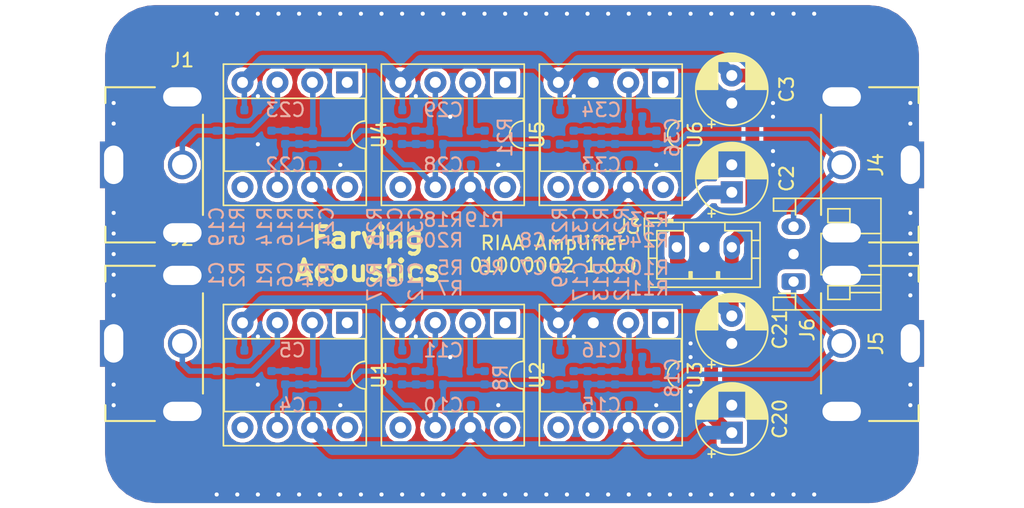
<source format=kicad_pcb>
(kicad_pcb (version 20171130) (host pcbnew 5.1.2)
  (layers (0 F.Cu signal) (31 B.Cu mixed) (34 B.Paste user) (35 F.Paste user) (36 B.SilkS user) (37 F.SilkS user) (38 B.Mask user) (39 F.Mask user) (44 Edge.Cuts user))
  (net 0 "")
  (net 1 +15V)
  (net 2 -15V)
  (net 3 /RIAA_R/In)
  (net 4 GNDA)
  (net 5 /RIAA_R/Out)
  (net 6 /RIAA_L/In)
  (net 7 /RIAA_L/Out)
  (net 8 "Net-(C6-Pad2)")
  (net 9 "Net-(C6-Pad1)")
  (net 10 "Net-(C12-Pad2)")
  (net 11 "Net-(C12-Pad1)")
  (net 12 "Net-(C17-Pad2)")
  (net 13 "Net-(C18-Pad2)")
  (net 14 "Net-(C24-Pad2)")
  (net 15 "Net-(C24-Pad1)")
  (net 16 "Net-(C27-Pad1)")
  (net 17 "Net-(C30-Pad1)")
  (net 18 "Net-(C35-Pad2)")
  (net 19 "Net-(C36-Pad2)")
  (net 20 "Net-(R6-Pad1)")
  (net 21 "Net-(R19-Pad1)")
  (net 22 "Net-(C7-Pad2)")
  (net 23 "Net-(C7-Pad1)")
  (net 24 "Net-(C8-Pad1)")
  (net 25 "Net-(C8-Pad2)")
  (net 26 "Net-(U1-Pad8)")
  (net 27 "Net-(U1-Pad5)")
  (net 28 "Net-(U1-Pad1)")
  (net 29 "Net-(U2-Pad8)")
  (net 30 "Net-(U2-Pad5)")
  (net 31 "Net-(U2-Pad1)")
  (net 32 "Net-(U3-Pad8)")
  (net 33 "Net-(U3-Pad5)")
  (net 34 "Net-(U3-Pad1)")
  (net 35 "Net-(U4-Pad8)")
  (net 36 "Net-(U4-Pad5)")
  (net 37 "Net-(U4-Pad1)")
  (net 38 "Net-(U5-Pad8)")
  (net 39 "Net-(U5-Pad5)")
  (net 40 "Net-(U5-Pad1)")
  (net 41 "Net-(U6-Pad8)")
  (net 42 "Net-(U6-Pad5)")
  (net 43 "Net-(U6-Pad1)")
  (module Package_DIP:DIP-8_W7.62mm_Socket (layer F.Cu) (at 165.5 92 270)
    (fp_text reference U6 (at 3.81 -2.33 90) (layer F.SilkS))
    (fp_text value AD797)
    (pad 8 thru_hole oval (at 7.62 0 270) (size 1.6 1.6) (drill 0.8) (layers *.Cu *.Mask) (net 41 "Net-(U6-Pad8)"))
    (pad 4 thru_hole oval (at 0 7.62 270) (size 1.6 1.6) (drill 0.8) (layers *.Cu *.Mask) (net 2 -15V))
    (pad 7 thru_hole oval (at 7.62 2.54 270) (size 1.6 1.6) (drill 0.8) (layers *.Cu *.Mask) (net 1 +15V))
    (pad 3 thru_hole oval (at 0 5.08 270) (size 1.6 1.6) (drill 0.8) (layers *.Cu *.Mask) (net 4 GNDA))
    (pad 6 thru_hole oval (at 7.62 5.08 270) (size 1.6 1.6) (drill 0.8) (layers *.Cu *.Mask) (net 7 /RIAA_L/Out))
    (pad 2 thru_hole oval (at 0 2.54 270) (size 1.6 1.6) (drill 0.8) (layers *.Cu *.Mask) (net 18 "Net-(C35-Pad2)"))
    (pad 5 thru_hole oval (at 7.62 7.62 270) (size 1.6 1.6) (drill 0.8) (layers *.Cu *.Mask) (net 42 "Net-(U6-Pad5)"))
    (pad 1 thru_hole rect (at 0 0 270) (size 1.6 1.6) (drill 0.8) (layers *.Cu *.Mask) (net 43 "Net-(U6-Pad1)"))
  )
  (module Package_DIP:DIP-8_W7.62mm_Socket (layer F.Cu) (at 154 92 270)
    (fp_text reference U5 (at 3.81 -2.33 90) (layer F.SilkS))
    (fp_text value AD797)
    (pad 8 thru_hole oval (at 7.62 0 270) (size 1.6 1.6) (drill 0.8) (layers *.Cu *.Mask) (net 38 "Net-(U5-Pad8)"))
    (pad 4 thru_hole oval (at 0 7.62 270) (size 1.6 1.6) (drill 0.8) (layers *.Cu *.Mask) (net 2 -15V))
    (pad 7 thru_hole oval (at 7.62 2.54 270) (size 1.6 1.6) (drill 0.8) (layers *.Cu *.Mask) (net 1 +15V))
    (pad 3 thru_hole oval (at 0 5.08 270) (size 1.6 1.6) (drill 0.8) (layers *.Cu *.Mask) (net 17 "Net-(C30-Pad1)"))
    (pad 6 thru_hole oval (at 7.62 5.08 270) (size 1.6 1.6) (drill 0.8) (layers *.Cu *.Mask) (net 25 "Net-(C8-Pad2)"))
    (pad 2 thru_hole oval (at 0 2.54 270) (size 1.6 1.6) (drill 0.8) (layers *.Cu *.Mask) (net 21 "Net-(R19-Pad1)"))
    (pad 5 thru_hole oval (at 7.62 7.62 270) (size 1.6 1.6) (drill 0.8) (layers *.Cu *.Mask) (net 39 "Net-(U5-Pad5)"))
    (pad 1 thru_hole rect (at 0 0 270) (size 1.6 1.6) (drill 0.8) (layers *.Cu *.Mask) (net 40 "Net-(U5-Pad1)"))
  )
  (module Package_DIP:DIP-8_W7.62mm_Socket (layer F.Cu) (at 142.5 92 270)
    (fp_text reference U4 (at 3.81 -2.33 90) (layer F.SilkS))
    (fp_text value LT1115)
    (pad 8 thru_hole oval (at 7.62 0 270) (size 1.6 1.6) (drill 0.8) (layers *.Cu *.Mask) (net 35 "Net-(U4-Pad8)"))
    (pad 4 thru_hole oval (at 0 7.62 270) (size 1.6 1.6) (drill 0.8) (layers *.Cu *.Mask) (net 2 -15V))
    (pad 7 thru_hole oval (at 7.62 2.54 270) (size 1.6 1.6) (drill 0.8) (layers *.Cu *.Mask) (net 1 +15V))
    (pad 3 thru_hole oval (at 0 5.08 270) (size 1.6 1.6) (drill 0.8) (layers *.Cu *.Mask) (net 6 /RIAA_L/In))
    (pad 6 thru_hole oval (at 7.62 5.08 270) (size 1.6 1.6) (drill 0.8) (layers *.Cu *.Mask) (net 15 "Net-(C24-Pad1)"))
    (pad 2 thru_hole oval (at 0 2.54 270) (size 1.6 1.6) (drill 0.8) (layers *.Cu *.Mask) (net 14 "Net-(C24-Pad2)"))
    (pad 5 thru_hole oval (at 7.62 7.62 270) (size 1.6 1.6) (drill 0.8) (layers *.Cu *.Mask) (net 36 "Net-(U4-Pad5)"))
    (pad 1 thru_hole rect (at 0 0 270) (size 1.6 1.6) (drill 0.8) (layers *.Cu *.Mask) (net 37 "Net-(U4-Pad1)"))
  )
  (module Package_DIP:DIP-8_W7.62mm_Socket (layer F.Cu) (at 165.5 109.5 270)
    (fp_text reference U3 (at 3.81 -2.33 90) (layer F.SilkS))
    (fp_text value AD797)
    (pad 8 thru_hole oval (at 7.62 0 270) (size 1.6 1.6) (drill 0.8) (layers *.Cu *.Mask) (net 32 "Net-(U3-Pad8)"))
    (pad 4 thru_hole oval (at 0 7.62 270) (size 1.6 1.6) (drill 0.8) (layers *.Cu *.Mask) (net 2 -15V))
    (pad 7 thru_hole oval (at 7.62 2.54 270) (size 1.6 1.6) (drill 0.8) (layers *.Cu *.Mask) (net 1 +15V))
    (pad 3 thru_hole oval (at 0 5.08 270) (size 1.6 1.6) (drill 0.8) (layers *.Cu *.Mask) (net 4 GNDA))
    (pad 6 thru_hole oval (at 7.62 5.08 270) (size 1.6 1.6) (drill 0.8) (layers *.Cu *.Mask) (net 5 /RIAA_R/Out))
    (pad 2 thru_hole oval (at 0 2.54 270) (size 1.6 1.6) (drill 0.8) (layers *.Cu *.Mask) (net 12 "Net-(C17-Pad2)"))
    (pad 5 thru_hole oval (at 7.62 7.62 270) (size 1.6 1.6) (drill 0.8) (layers *.Cu *.Mask) (net 33 "Net-(U3-Pad5)"))
    (pad 1 thru_hole rect (at 0 0 270) (size 1.6 1.6) (drill 0.8) (layers *.Cu *.Mask) (net 34 "Net-(U3-Pad1)"))
  )
  (module Package_DIP:DIP-8_W7.62mm_Socket (layer F.Cu) (at 154 109.5 270)
    (fp_text reference U2 (at 3.81 -2.33 90) (layer F.SilkS))
    (fp_text value AD797)
    (pad 8 thru_hole oval (at 7.62 0 270) (size 1.6 1.6) (drill 0.8) (layers *.Cu *.Mask) (net 29 "Net-(U2-Pad8)"))
    (pad 4 thru_hole oval (at 0 7.62 270) (size 1.6 1.6) (drill 0.8) (layers *.Cu *.Mask) (net 2 -15V))
    (pad 7 thru_hole oval (at 7.62 2.54 270) (size 1.6 1.6) (drill 0.8) (layers *.Cu *.Mask) (net 1 +15V))
    (pad 3 thru_hole oval (at 0 5.08 270) (size 1.6 1.6) (drill 0.8) (layers *.Cu *.Mask) (net 11 "Net-(C12-Pad1)"))
    (pad 6 thru_hole oval (at 7.62 5.08 270) (size 1.6 1.6) (drill 0.8) (layers *.Cu *.Mask) (net 22 "Net-(C7-Pad2)"))
    (pad 2 thru_hole oval (at 0 2.54 270) (size 1.6 1.6) (drill 0.8) (layers *.Cu *.Mask) (net 20 "Net-(R6-Pad1)"))
    (pad 5 thru_hole oval (at 7.62 7.62 270) (size 1.6 1.6) (drill 0.8) (layers *.Cu *.Mask) (net 30 "Net-(U2-Pad5)"))
    (pad 1 thru_hole rect (at 0 0 270) (size 1.6 1.6) (drill 0.8) (layers *.Cu *.Mask) (net 31 "Net-(U2-Pad1)"))
  )
  (module Package_DIP:DIP-8_W7.62mm_Socket (layer F.Cu) (at 142.5 109.5 270)
    (fp_text reference U1 (at 3.81 -2.33 90) (layer F.SilkS))
    (fp_text value LT1115)
    (pad 8 thru_hole oval (at 7.62 0 270) (size 1.6 1.6) (drill 0.8) (layers *.Cu *.Mask) (net 26 "Net-(U1-Pad8)"))
    (pad 4 thru_hole oval (at 0 7.62 270) (size 1.6 1.6) (drill 0.8) (layers *.Cu *.Mask) (net 2 -15V))
    (pad 7 thru_hole oval (at 7.62 2.54 270) (size 1.6 1.6) (drill 0.8) (layers *.Cu *.Mask) (net 1 +15V))
    (pad 3 thru_hole oval (at 0 5.08 270) (size 1.6 1.6) (drill 0.8) (layers *.Cu *.Mask) (net 3 /RIAA_R/In))
    (pad 6 thru_hole oval (at 7.62 5.08 270) (size 1.6 1.6) (drill 0.8) (layers *.Cu *.Mask) (net 9 "Net-(C6-Pad1)"))
    (pad 2 thru_hole oval (at 0 2.54 270) (size 1.6 1.6) (drill 0.8) (layers *.Cu *.Mask) (net 8 "Net-(C6-Pad2)"))
    (pad 5 thru_hole oval (at 7.62 7.62 270) (size 1.6 1.6) (drill 0.8) (layers *.Cu *.Mask) (net 27 "Net-(U1-Pad5)"))
    (pad 1 thru_hole rect (at 0 0 270) (size 1.6 1.6) (drill 0.8) (layers *.Cu *.Mask) (net 28 "Net-(U1-Pad1)"))
  )
  (module Capacitor_THT:CP_Radial_D5.0mm_P2.00mm (layer F.Cu) (at 170.5 93.5 90)
    (fp_text reference C3 (at 1 4 90) (layer F.SilkS))
    (fp_text value 10u)
    (pad 2 thru_hole circle (at 2 0 90) (size 1.6 1.6) (drill 0.8) (layers *.Cu *.Mask) (net 2 -15V))
    (pad 1 thru_hole rect (at 0 0 90) (size 1.6 1.6) (drill 0.8) (layers *.Cu *.Mask) (net 4 GNDA))
  )
  (module Capacitor_SMD:C_0402_1005Metric (layer B.Cu) (at 133 113.5 90)
    (fp_text reference C1 (at 7.5 0 90) (layer B.SilkS) (effects (justify mirror)))
    (fp_text value 100p)
    (pad 2 smd roundrect (at 0.485 0 90) (size 0.59 0.64) (layers B.Cu B.Paste B.Mask) (net 3 /RIAA_R/In))
    (pad 1 smd roundrect (at -0.485 0 90) (size 0.59 0.64) (layers B.Cu B.Paste B.Mask) (net 4 GNDA))
  )
  (module Capacitor_SMD:C_0402_1005Metric (layer B.Cu) (at 135.5 111.5)
    (fp_text reference C5 (at 3 0) (layer B.SilkS) (effects (justify mirror)))
    (fp_text value 100n)
    (pad 1 smd roundrect (at -0.485 0) (size 0.59 0.64) (layers B.Cu B.Paste B.Mask) (net 2 -15V))
    (pad 2 smd roundrect (at 0.485 0) (size 0.59 0.64) (layers B.Cu B.Paste B.Mask) (net 4 GNDA))
  )
  (module Capacitor_SMD:C_0402_1005Metric (layer B.Cu) (at 138 113.5 90)
    (fp_text reference C6 (at 7.5 0 90) (layer B.SilkS) (effects (justify mirror)))
    (fp_text value 33n)
    (pad 2 smd roundrect (at 0.485 0 90) (size 0.59 0.64) (layers B.Cu B.Paste B.Mask) (net 8 "Net-(C6-Pad2)"))
    (pad 1 smd roundrect (at -0.485 0 90) (size 0.59 0.64) (layers B.Cu B.Paste B.Mask) (net 9 "Net-(C6-Pad1)"))
  )
  (module Capacitor_SMD:C_0402_1005Metric (layer B.Cu) (at 147 111.5)
    (fp_text reference C11 (at 2.5 0) (layer B.SilkS) (effects (justify mirror)))
    (fp_text value 100n)
    (pad 2 smd roundrect (at 0.485 0) (size 0.59 0.64) (layers B.Cu B.Paste B.Mask) (net 4 GNDA))
    (pad 1 smd roundrect (at -0.485 0) (size 0.59 0.64) (layers B.Cu B.Paste B.Mask) (net 2 -15V))
  )
  (module Capacitor_SMD:C_0402_1005Metric (layer B.Cu) (at 163.5 115.5 180)
    (fp_text reference C15 (at 2.5 0 180) (layer B.SilkS) (effects (justify mirror)))
    (fp_text value 100n)
    (pad 2 smd roundrect (at 0.485 0 180) (size 0.59 0.64) (layers B.Cu B.Paste B.Mask) (net 1 +15V))
    (pad 1 smd roundrect (at -0.485 0 180) (size 0.59 0.64) (layers B.Cu B.Paste B.Mask) (net 4 GNDA))
  )
  (module Capacitor_SMD:C_0402_1005Metric (layer B.Cu) (at 158.5 111.5)
    (fp_text reference C16 (at 2.5 0) (layer B.SilkS) (effects (justify mirror)))
    (fp_text value 100n)
    (pad 2 smd roundrect (at 0.485 0) (size 0.59 0.64) (layers B.Cu B.Paste B.Mask) (net 4 GNDA))
    (pad 1 smd roundrect (at -0.485 0) (size 0.59 0.64) (layers B.Cu B.Paste B.Mask) (net 2 -15V))
  )
  (module Capacitor_SMD:C_0402_1005Metric (layer B.Cu) (at 140.5 98 180)
    (fp_text reference C22 (at 2.5 0 180) (layer B.SilkS) (effects (justify mirror)))
    (fp_text value 100n)
    (pad 1 smd roundrect (at -0.485 0 180) (size 0.59 0.64) (layers B.Cu B.Paste B.Mask) (net 4 GNDA))
    (pad 2 smd roundrect (at 0.485 0 180) (size 0.59 0.64) (layers B.Cu B.Paste B.Mask) (net 1 +15V))
  )
  (module Capacitor_SMD:C_0402_1005Metric (layer B.Cu) (at 152 98 180)
    (fp_text reference C28 (at 2.5 0 180) (layer B.SilkS) (effects (justify mirror)))
    (fp_text value 100n)
    (pad 2 smd roundrect (at 0.485 0 180) (size 0.59 0.64) (layers B.Cu B.Paste B.Mask) (net 1 +15V))
    (pad 1 smd roundrect (at -0.485 0 180) (size 0.59 0.64) (layers B.Cu B.Paste B.Mask) (net 4 GNDA))
  )
  (module Capacitor_SMD:C_0402_1005Metric (layer B.Cu) (at 147 94)
    (fp_text reference C29 (at 2.5 0) (layer B.SilkS) (effects (justify mirror)))
    (fp_text value 100n)
    (pad 2 smd roundrect (at 0.485 0) (size 0.59 0.64) (layers B.Cu B.Paste B.Mask) (net 4 GNDA))
    (pad 1 smd roundrect (at -0.485 0) (size 0.59 0.64) (layers B.Cu B.Paste B.Mask) (net 2 -15V))
  )
  (module Capacitor_SMD:C_0402_1005Metric (layer B.Cu) (at 147.5 96 270)
    (fp_text reference C30 (at 6.5 0 270) (layer B.SilkS) (effects (justify mirror)))
    (fp_text value 33n)
    (pad 1 smd roundrect (at -0.485 0 270) (size 0.59 0.64) (layers B.Cu B.Paste B.Mask) (net 17 "Net-(C30-Pad1)"))
    (pad 2 smd roundrect (at 0.485 0 270) (size 0.59 0.64) (layers B.Cu B.Paste B.Mask) (net 16 "Net-(C27-Pad1)"))
  )
  (module Resistor_SMD:R_0402_1005Metric (layer B.Cu) (at 137 113.5 270)
    (fp_text reference R1 (at -7.5 0.5 270) (layer B.SilkS) (effects (justify mirror)))
    (fp_text value 100k)
    (pad 2 smd roundrect (at 0.485 0 270) (size 0.59 0.64) (layers B.Cu B.Paste B.Mask) (net 4 GNDA))
    (pad 1 smd roundrect (at -0.485 0 270) (size 0.59 0.64) (layers B.Cu B.Paste B.Mask) (net 8 "Net-(C6-Pad2)"))
  )
  (module Resistor_SMD:R_0402_1005Metric (layer B.Cu) (at 134 113.5 270)
    (fp_text reference R2 (at -7.5 -0.5 270) (layer B.SilkS) (effects (justify mirror)))
    (fp_text value 47k)
    (pad 2 smd roundrect (at 0.485 0 270) (size 0.59 0.64) (layers B.Cu B.Paste B.Mask) (net 4 GNDA))
    (pad 1 smd roundrect (at -0.485 0 270) (size 0.59 0.64) (layers B.Cu B.Paste B.Mask) (net 3 /RIAA_R/In))
  )
  (module Resistor_SMD:R_0402_1005Metric (layer B.Cu) (at 140 113.5 90)
    (fp_text reference R3 (at 7.5 1 90) (layer B.SilkS) (effects (justify mirror)))
    (fp_text value 43k)
    (pad 1 smd roundrect (at -0.485 0 90) (size 0.59 0.64) (layers B.Cu B.Paste B.Mask) (net 9 "Net-(C6-Pad1)"))
    (pad 2 smd roundrect (at 0.485 0 90) (size 0.59 0.64) (layers B.Cu B.Paste B.Mask) (net 8 "Net-(C6-Pad2)"))
  )
  (module Resistor_SMD:R_0402_1005Metric (layer B.Cu) (at 139 113.5 90)
    (fp_text reference R4 (at 7.5 0.5 90) (layer B.SilkS) (effects (justify mirror)))
    (fp_text value 2.4k)
    (pad 2 smd roundrect (at 0.485 0 90) (size 0.59 0.64) (layers B.Cu B.Paste B.Mask) (net 8 "Net-(C6-Pad2)"))
    (pad 1 smd roundrect (at -0.485 0 90) (size 0.59 0.64) (layers B.Cu B.Paste B.Mask) (net 9 "Net-(C6-Pad1)"))
  )
  (module Resistor_SMD:R_0402_1005Metric (layer B.Cu) (at 149 113)
    (fp_text reference R5 (at 1 -7.5) (layer B.SilkS) (effects (justify mirror)))
    (fp_text value 270k)
    (pad 1 smd roundrect (at -0.485 0) (size 0.59 0.64) (layers B.Cu B.Paste B.Mask) (net 11 "Net-(C12-Pad1)"))
    (pad 2 smd roundrect (at 0.485 0) (size 0.59 0.64) (layers B.Cu B.Paste B.Mask) (net 4 GNDA))
  )
  (module Resistor_SMD:R_0402_1005Metric (layer B.Cu) (at 151 113 180)
    (fp_text reference R6 (at -2 7.5 180) (layer B.SilkS) (effects (justify mirror)))
    (fp_text value 4.7k)
    (pad 2 smd roundrect (at 0.485 0 180) (size 0.59 0.64) (layers B.Cu B.Paste B.Mask) (net 4 GNDA))
    (pad 1 smd roundrect (at -0.485 0 180) (size 0.59 0.64) (layers B.Cu B.Paste B.Mask) (net 20 "Net-(R6-Pad1)"))
  )
  (module Resistor_SMD:R_0402_1005Metric (layer B.Cu) (at 149 114 180)
    (fp_text reference R7 (at -1 7 180) (layer B.SilkS) (effects (justify mirror)))
    (fp_text value 270k)
    (pad 2 smd roundrect (at 0.485 0 180) (size 0.59 0.64) (layers B.Cu B.Paste B.Mask) (net 10 "Net-(C12-Pad2)"))
    (pad 1 smd roundrect (at -0.485 0 180) (size 0.59 0.64) (layers B.Cu B.Paste B.Mask) (net 22 "Net-(C7-Pad2)"))
  )
  (module Resistor_SMD:R_0402_1005Metric (layer B.Cu) (at 152.5 113.5 90)
    (fp_text reference R8 (at 0 1.17 90) (layer B.SilkS) (effects (justify mirror)))
    (fp_text value 4.7k)
    (pad 1 smd roundrect (at -0.485 0 90) (size 0.59 0.64) (layers B.Cu B.Paste B.Mask) (net 22 "Net-(C7-Pad2)"))
    (pad 2 smd roundrect (at 0.485 0 90) (size 0.59 0.64) (layers B.Cu B.Paste B.Mask) (net 20 "Net-(R6-Pad1)"))
  )
  (module Resistor_SMD:R_0402_1005Metric (layer B.Cu) (at 159 113.5 270)
    (fp_text reference R9 (at -7.5 1 270) (layer B.SilkS) (effects (justify mirror)))
    (fp_text value 560R)
    (pad 2 smd roundrect (at 0.485 0 270) (size 0.59 0.64) (layers B.Cu B.Paste B.Mask) (net 23 "Net-(C7-Pad1)"))
    (pad 1 smd roundrect (at -0.485 0 270) (size 0.59 0.64) (layers B.Cu B.Paste B.Mask) (net 12 "Net-(C17-Pad2)"))
  )
  (module Resistor_SMD:R_0402_1005Metric (layer B.Cu) (at 163.5 112 180)
    (fp_text reference R10 (at -1 6.5 180) (layer B.SilkS) (effects (justify mirror)))
    (fp_text value 1M)
    (pad 1 smd roundrect (at -0.485 0 180) (size 0.59 0.64) (layers B.Cu B.Paste B.Mask) (net 13 "Net-(C18-Pad2)"))
    (pad 2 smd roundrect (at 0.485 0 180) (size 0.59 0.64) (layers B.Cu B.Paste B.Mask) (net 12 "Net-(C17-Pad2)"))
  )
  (module Resistor_SMD:R_0402_1005Metric (layer B.Cu) (at 163.5 113 180)
    (fp_text reference R11 (at -1 6 180) (layer B.SilkS) (effects (justify mirror)))
    (fp_text value 4.7k)
    (pad 2 smd roundrect (at 0.485 0 180) (size 0.59 0.64) (layers B.Cu B.Paste B.Mask) (net 12 "Net-(C17-Pad2)"))
    (pad 1 smd roundrect (at -0.485 0 180) (size 0.59 0.64) (layers B.Cu B.Paste B.Mask) (net 13 "Net-(C18-Pad2)"))
  )
  (module Resistor_SMD:R_0402_1005Metric (layer B.Cu) (at 162 113.5 90)
    (fp_text reference R12 (at 7 0.5 90) (layer B.SilkS) (effects (justify mirror)))
    (fp_text value 402k)
    (pad 1 smd roundrect (at -0.485 0 90) (size 0.59 0.64) (layers B.Cu B.Paste B.Mask) (net 5 /RIAA_R/Out))
    (pad 2 smd roundrect (at 0.485 0 90) (size 0.59 0.64) (layers B.Cu B.Paste B.Mask) (net 12 "Net-(C17-Pad2)"))
  )
  (module Resistor_SMD:R_0402_1005Metric (layer B.Cu) (at 161 113.5 90)
    (fp_text reference R13 (at 7 0 90) (layer B.SilkS) (effects (justify mirror)))
    (fp_text value 47k)
    (pad 2 smd roundrect (at 0.485 0 90) (size 0.59 0.64) (layers B.Cu B.Paste B.Mask) (net 12 "Net-(C17-Pad2)"))
    (pad 1 smd roundrect (at -0.485 0 90) (size 0.59 0.64) (layers B.Cu B.Paste B.Mask) (net 5 /RIAA_R/Out))
  )
  (module Resistor_SMD:R_0402_1005Metric (layer B.Cu) (at 137 96 270)
    (fp_text reference R14 (at 6.5 0.5 270) (layer B.SilkS) (effects (justify mirror)))
    (fp_text value 100k)
    (pad 1 smd roundrect (at -0.485 0 270) (size 0.59 0.64) (layers B.Cu B.Paste B.Mask) (net 14 "Net-(C24-Pad2)"))
    (pad 2 smd roundrect (at 0.485 0 270) (size 0.59 0.64) (layers B.Cu B.Paste B.Mask) (net 4 GNDA))
  )
  (module Resistor_SMD:R_0402_1005Metric (layer B.Cu) (at 134 96 270)
    (fp_text reference R15 (at 6.5 -0.5 270) (layer B.SilkS) (effects (justify mirror)))
    (fp_text value 47k)
    (pad 1 smd roundrect (at -0.485 0 270) (size 0.59 0.64) (layers B.Cu B.Paste B.Mask) (net 6 /RIAA_L/In))
    (pad 2 smd roundrect (at 0.485 0 270) (size 0.59 0.64) (layers B.Cu B.Paste B.Mask) (net 4 GNDA))
  )
  (module Resistor_SMD:R_0402_1005Metric (layer B.Cu) (at 138 96 90)
    (fp_text reference R16 (at -6.5 0 90) (layer B.SilkS) (effects (justify mirror)))
    (fp_text value 43k)
    (pad 1 smd roundrect (at -0.485 0 90) (size 0.59 0.64) (layers B.Cu B.Paste B.Mask) (net 15 "Net-(C24-Pad1)"))
    (pad 2 smd roundrect (at 0.485 0 90) (size 0.59 0.64) (layers B.Cu B.Paste B.Mask) (net 14 "Net-(C24-Pad2)"))
  )
  (module Resistor_SMD:R_0402_1005Metric (layer B.Cu) (at 139 96 90)
    (fp_text reference R17 (at -6.5 0.5 90) (layer B.SilkS) (effects (justify mirror)))
    (fp_text value 2.4k)
    (pad 1 smd roundrect (at -0.485 0 90) (size 0.59 0.64) (layers B.Cu B.Paste B.Mask) (net 15 "Net-(C24-Pad1)"))
    (pad 2 smd roundrect (at 0.485 0 90) (size 0.59 0.64) (layers B.Cu B.Paste B.Mask) (net 14 "Net-(C24-Pad2)"))
  )
  (module Resistor_SMD:R_0402_1005Metric (layer B.Cu) (at 149 95.5)
    (fp_text reference R18 (at 0.5 6.5) (layer B.SilkS) (effects (justify mirror)))
    (fp_text value 270k)
    (pad 2 smd roundrect (at 0.485 0) (size 0.59 0.64) (layers B.Cu B.Paste B.Mask) (net 4 GNDA))
    (pad 1 smd roundrect (at -0.485 0) (size 0.59 0.64) (layers B.Cu B.Paste B.Mask) (net 17 "Net-(C30-Pad1)"))
  )
  (module Capacitor_THT:CP_Radial_D5.0mm_P2.00mm (layer F.Cu) (at 170.5 100 90)
    (fp_text reference C2 (at 1 4 90) (layer F.SilkS))
    (fp_text value 10u)
    (pad 2 thru_hole circle (at 2 0 90) (size 1.6 1.6) (drill 0.8) (layers *.Cu *.Mask) (net 4 GNDA))
    (pad 1 thru_hole rect (at 0 0 90) (size 1.6 1.6) (drill 0.8) (layers *.Cu *.Mask) (net 1 +15V))
  )
  (module Connector_Audio_Devel:RCA_Horizontal_RNDConnect (layer F.Cu) (at 130.5 98)
    (fp_text reference J1 (at 0 -7.62) (layer F.SilkS))
    (fp_text value " RND 205-00698")
    (pad S thru_hole roundrect (at 0 -4.95 90) (size 2 3.4) (drill oval 1.4 2.8) (layers *.Cu *.Mask) (net 4 GNDA))
    (pad T thru_hole circle (at 0 0) (size 2.1 2.1) (drill 1.5) (layers *.Cu *.Mask) (net 6 /RIAA_L/In))
    (pad S thru_hole roundrect (at 0 4.95) (size 3.4 2) (drill oval 2.8 1.4) (layers *.Cu *.Mask) (net 4 GNDA))
    (pad S thru_hole rect (at -5 0) (size 2 3.4) (drill oval 1.4 2.8) (layers *.Cu *.Mask) (net 4 GNDA))
  )
  (module Connector_Audio_Devel:RCA_Horizontal_RNDConnect (layer F.Cu) (at 130.5 111)
    (fp_text reference J2 (at 0 -7.62) (layer F.SilkS))
    (fp_text value "RND 205-00699")
    (pad S thru_hole rect (at -5 0) (size 2 3.4) (drill oval 1.4 2.8) (layers *.Cu *.Mask) (net 4 GNDA))
    (pad S thru_hole roundrect (at 0 4.95) (size 3.4 2) (drill oval 2.8 1.4) (layers *.Cu *.Mask) (net 4 GNDA))
    (pad T thru_hole circle (at 0 0) (size 2.1 2.1) (drill 1.5) (layers *.Cu *.Mask) (net 3 /RIAA_R/In))
    (pad S thru_hole roundrect (at 0 -4.95 90) (size 2 3.4) (drill oval 1.4 2.8) (layers *.Cu *.Mask) (net 4 GNDA))
  )
  (module Connector_Audio_Devel:RCA_Horizontal_RNDConnect (layer F.Cu) (at 178.5 98 180)
    (fp_text reference J4 (at -2.5 0 270) (layer F.SilkS))
    (fp_text value "RND 205-00698")
    (pad S thru_hole rect (at -5 0 180) (size 2 3.4) (drill oval 1.4 2.8) (layers *.Cu *.Mask) (net 4 GNDA))
    (pad S thru_hole roundrect (at 0 4.95 180) (size 3.4 2) (drill oval 2.8 1.4) (layers *.Cu *.Mask) (net 4 GNDA))
    (pad T thru_hole circle (at 0 0 180) (size 2.1 2.1) (drill 1.5) (layers *.Cu *.Mask) (net 7 /RIAA_L/Out))
    (pad S thru_hole roundrect (at 0 -4.95 270) (size 2 3.4) (drill oval 1.4 2.8) (layers *.Cu *.Mask) (net 4 GNDA))
  )
  (module Capacitor_SMD:C_0402_1005Metric (layer B.Cu) (at 140.5 115.5 180)
    (fp_text reference C4 (at 2 0 180) (layer B.SilkS) (effects (justify mirror)))
    (fp_text value 100n)
    (pad 1 smd roundrect (at -0.485 0 180) (size 0.59 0.64) (layers B.Cu B.Paste B.Mask) (net 4 GNDA))
    (pad 2 smd roundrect (at 0.485 0 180) (size 0.59 0.64) (layers B.Cu B.Paste B.Mask) (net 1 +15V))
  )
  (module Capacitor_SMD:C_0402_1005Metric (layer B.Cu) (at 146.5 113.5 90)
    (fp_text reference C9 (at 7.5 -0.5 90) (layer B.SilkS) (effects (justify mirror)))
    (fp_text value 33n)
    (pad 1 smd roundrect (at -0.485 0 90) (size 0.59 0.64) (layers B.Cu B.Paste B.Mask) (net 10 "Net-(C12-Pad2)"))
    (pad 2 smd roundrect (at 0.485 0 90) (size 0.59 0.64) (layers B.Cu B.Paste B.Mask) (net 9 "Net-(C6-Pad1)"))
  )
  (module Capacitor_SMD:C_0402_1005Metric (layer B.Cu) (at 152 115.5 180)
    (fp_text reference C10 (at 2.5 0 180) (layer B.SilkS) (effects (justify mirror)))
    (fp_text value 100n)
    (pad 2 smd roundrect (at 0.485 0 180) (size 0.59 0.64) (layers B.Cu B.Paste B.Mask) (net 1 +15V))
    (pad 1 smd roundrect (at -0.485 0 180) (size 0.59 0.64) (layers B.Cu B.Paste B.Mask) (net 4 GNDA))
  )
  (module Capacitor_SMD:C_0402_1005Metric (layer B.Cu) (at 147.5 113.5 270)
    (fp_text reference C12 (at -7 0 270) (layer B.SilkS) (effects (justify mirror)))
    (fp_text value 33n)
    (pad 2 smd roundrect (at 0.485 0 270) (size 0.59 0.64) (layers B.Cu B.Paste B.Mask) (net 10 "Net-(C12-Pad2)"))
    (pad 1 smd roundrect (at -0.485 0 270) (size 0.59 0.64) (layers B.Cu B.Paste B.Mask) (net 11 "Net-(C12-Pad1)"))
  )
  (module Capacitor_SMD:C_0402_1005Metric (layer B.Cu) (at 160 113.5 90)
    (fp_text reference C17 (at 7 -0.5 90) (layer B.SilkS) (effects (justify mirror)))
    (fp_text value 750p)
    (pad 1 smd roundrect (at -0.485 0 90) (size 0.59 0.64) (layers B.Cu B.Paste B.Mask) (net 5 /RIAA_R/Out))
    (pad 2 smd roundrect (at 0.485 0 90) (size 0.59 0.64) (layers B.Cu B.Paste B.Mask) (net 12 "Net-(C17-Pad2)"))
  )
  (module Capacitor_SMD:C_0402_1005Metric (layer B.Cu) (at 165 113.5 90)
    (fp_text reference C18 (at 0 1.17 90) (layer B.SilkS) (effects (justify mirror)))
    (fp_text value 68n)
    (pad 2 smd roundrect (at 0.485 0 90) (size 0.59 0.64) (layers B.Cu B.Paste B.Mask) (net 13 "Net-(C18-Pad2)"))
    (pad 1 smd roundrect (at -0.485 0 90) (size 0.59 0.64) (layers B.Cu B.Paste B.Mask) (net 5 /RIAA_R/Out))
  )
  (module Capacitor_SMD:C_0402_1005Metric (layer B.Cu) (at 133 96 90)
    (fp_text reference C19 (at -6.5 0 90) (layer B.SilkS) (effects (justify mirror)))
    (fp_text value 100p)
    (pad 1 smd roundrect (at -0.485 0 90) (size 0.59 0.64) (layers B.Cu B.Paste B.Mask) (net 4 GNDA))
    (pad 2 smd roundrect (at 0.485 0 90) (size 0.59 0.64) (layers B.Cu B.Paste B.Mask) (net 6 /RIAA_L/In))
  )
  (module Capacitor_THT:CP_Radial_D5.0mm_P2.00mm (layer F.Cu) (at 170.5 117.5 90)
    (fp_text reference C20 (at 1 3.5 90) (layer F.SilkS))
    (fp_text value 10u)
    (pad 1 thru_hole rect (at 0 0 90) (size 1.6 1.6) (drill 0.8) (layers *.Cu *.Mask) (net 1 +15V))
    (pad 2 thru_hole circle (at 2 0 90) (size 1.6 1.6) (drill 0.8) (layers *.Cu *.Mask) (net 4 GNDA))
  )
  (module Capacitor_THT:CP_Radial_D5.0mm_P2.00mm (layer F.Cu) (at 170.5 111 90)
    (fp_text reference C21 (at 1 3.5 90) (layer F.SilkS))
    (fp_text value 10u)
    (pad 1 thru_hole rect (at 0 0 90) (size 1.6 1.6) (drill 0.8) (layers *.Cu *.Mask) (net 4 GNDA))
    (pad 2 thru_hole circle (at 2 0 90) (size 1.6 1.6) (drill 0.8) (layers *.Cu *.Mask) (net 2 -15V))
  )
  (module Capacitor_SMD:C_0402_1005Metric (layer B.Cu) (at 135.5 94)
    (fp_text reference C23 (at 2.5 0) (layer B.SilkS) (effects (justify mirror)))
    (fp_text value 100n)
    (pad 2 smd roundrect (at 0.485 0) (size 0.59 0.64) (layers B.Cu B.Paste B.Mask) (net 4 GNDA))
    (pad 1 smd roundrect (at -0.485 0) (size 0.59 0.64) (layers B.Cu B.Paste B.Mask) (net 2 -15V))
  )
  (module Capacitor_SMD:C_0402_1005Metric (layer B.Cu) (at 140 96 90)
    (fp_text reference C24 (at -6.5 1 90) (layer B.SilkS) (effects (justify mirror)))
    (fp_text value 33n)
    (pad 2 smd roundrect (at 0.485 0 90) (size 0.59 0.64) (layers B.Cu B.Paste B.Mask) (net 14 "Net-(C24-Pad2)"))
    (pad 1 smd roundrect (at -0.485 0 90) (size 0.59 0.64) (layers B.Cu B.Paste B.Mask) (net 15 "Net-(C24-Pad1)"))
  )
  (module Capacitor_SMD:C_0402_1005Metric (layer B.Cu) (at 146.5 96 90)
    (fp_text reference C27 (at -6.5 -0.5 90) (layer B.SilkS) (effects (justify mirror)))
    (fp_text value 33n)
    (pad 2 smd roundrect (at 0.485 0 90) (size 0.59 0.64) (layers B.Cu B.Paste B.Mask) (net 15 "Net-(C24-Pad1)"))
    (pad 1 smd roundrect (at -0.485 0 90) (size 0.59 0.64) (layers B.Cu B.Paste B.Mask) (net 16 "Net-(C27-Pad1)"))
  )
  (module Capacitor_SMD:C_0402_1005Metric (layer B.Cu) (at 163.5 98 180)
    (fp_text reference C33 (at 2.5 0 180) (layer B.SilkS) (effects (justify mirror)))
    (fp_text value 100n)
    (pad 1 smd roundrect (at -0.485 0 180) (size 0.59 0.64) (layers B.Cu B.Paste B.Mask) (net 4 GNDA))
    (pad 2 smd roundrect (at 0.485 0 180) (size 0.59 0.64) (layers B.Cu B.Paste B.Mask) (net 1 +15V))
  )
  (module Capacitor_SMD:C_0402_1005Metric (layer B.Cu) (at 158.5 94)
    (fp_text reference C34 (at 2.5 0) (layer B.SilkS) (effects (justify mirror)))
    (fp_text value 100n)
    (pad 1 smd roundrect (at -0.485 0) (size 0.59 0.64) (layers B.Cu B.Paste B.Mask) (net 2 -15V))
    (pad 2 smd roundrect (at 0.485 0) (size 0.59 0.64) (layers B.Cu B.Paste B.Mask) (net 4 GNDA))
  )
  (module Capacitor_SMD:C_0402_1005Metric (layer B.Cu) (at 160 95.985 90)
    (fp_text reference C35 (at -6.515 -0.5 90) (layer B.SilkS) (effects (justify mirror)))
    (fp_text value 750p)
    (pad 2 smd roundrect (at 0.485 0 90) (size 0.59 0.64) (layers B.Cu B.Paste B.Mask) (net 18 "Net-(C35-Pad2)"))
    (pad 1 smd roundrect (at -0.485 0 90) (size 0.59 0.64) (layers B.Cu B.Paste B.Mask) (net 7 /RIAA_L/Out))
  )
  (module Capacitor_SMD:C_0402_1005Metric (layer B.Cu) (at 165 96 90)
    (fp_text reference C36 (at 0 1.17 90) (layer B.SilkS) (effects (justify mirror)))
    (fp_text value 68n)
    (pad 1 smd roundrect (at -0.485 0 90) (size 0.59 0.64) (layers B.Cu B.Paste B.Mask) (net 7 /RIAA_L/Out))
    (pad 2 smd roundrect (at 0.485 0 90) (size 0.59 0.64) (layers B.Cu B.Paste B.Mask) (net 19 "Net-(C36-Pad2)"))
  )
  (module Connector_Audio_Devel:RCA_Horizontal_RNDConnect (layer F.Cu) (at 178.5 111 180)
    (fp_text reference J5 (at -2.5 0 270) (layer F.SilkS))
    (fp_text value "RND 205-00699")
    (pad S thru_hole roundrect (at 0 -4.95 270) (size 2 3.4) (drill oval 1.4 2.8) (layers *.Cu *.Mask) (net 4 GNDA))
    (pad T thru_hole circle (at 0 0 180) (size 2.1 2.1) (drill 1.5) (layers *.Cu *.Mask) (net 5 /RIAA_R/Out))
    (pad S thru_hole roundrect (at 0 4.95 180) (size 3.4 2) (drill oval 2.8 1.4) (layers *.Cu *.Mask) (net 4 GNDA))
    (pad S thru_hole rect (at -5 0 180) (size 2 3.4) (drill oval 1.4 2.8) (layers *.Cu *.Mask) (net 4 GNDA))
  )
  (module Resistor_SMD:R_0402_1005Metric (layer B.Cu) (at 151 95.5 180)
    (fp_text reference R19 (at -1.5 -6.5 180) (layer B.SilkS) (effects (justify mirror)))
    (fp_text value 4.7k)
    (pad 1 smd roundrect (at -0.485 0 180) (size 0.59 0.64) (layers B.Cu B.Paste B.Mask) (net 21 "Net-(R19-Pad1)"))
    (pad 2 smd roundrect (at 0.485 0 180) (size 0.59 0.64) (layers B.Cu B.Paste B.Mask) (net 4 GNDA))
  )
  (module Resistor_SMD:R_0402_1005Metric (layer B.Cu) (at 149 96.5 180)
    (fp_text reference R20 (at -0.5 -7 180) (layer B.SilkS) (effects (justify mirror)))
    (fp_text value 270k)
    (pad 2 smd roundrect (at 0.485 0 180) (size 0.59 0.64) (layers B.Cu B.Paste B.Mask) (net 16 "Net-(C27-Pad1)"))
    (pad 1 smd roundrect (at -0.485 0 180) (size 0.59 0.64) (layers B.Cu B.Paste B.Mask) (net 25 "Net-(C8-Pad2)"))
  )
  (module Resistor_SMD:R_0402_1005Metric (layer B.Cu) (at 152.5 96 90)
    (fp_text reference R21 (at 0 1.5 90) (layer B.SilkS) (effects (justify mirror)))
    (fp_text value 4.7k)
    (pad 2 smd roundrect (at 0.485 0 90) (size 0.59 0.64) (layers B.Cu B.Paste B.Mask) (net 21 "Net-(R19-Pad1)"))
    (pad 1 smd roundrect (at -0.485 0 90) (size 0.59 0.64) (layers B.Cu B.Paste B.Mask) (net 25 "Net-(C8-Pad2)"))
  )
  (module Resistor_SMD:R_0402_1005Metric (layer B.Cu) (at 159 96 270)
    (fp_text reference R22 (at 6.5 1 270) (layer B.SilkS) (effects (justify mirror)))
    (fp_text value 560R)
    (pad 2 smd roundrect (at 0.485 0 270) (size 0.59 0.64) (layers B.Cu B.Paste B.Mask) (net 24 "Net-(C8-Pad1)"))
    (pad 1 smd roundrect (at -0.485 0 270) (size 0.59 0.64) (layers B.Cu B.Paste B.Mask) (net 18 "Net-(C35-Pad2)"))
  )
  (module Resistor_SMD:R_0402_1005Metric (layer B.Cu) (at 163.5 94.5 180)
    (fp_text reference R23 (at -1 -7.5 180) (layer B.SilkS) (effects (justify mirror)))
    (fp_text value 1M)
    (pad 2 smd roundrect (at 0.485 0 180) (size 0.59 0.64) (layers B.Cu B.Paste B.Mask) (net 18 "Net-(C35-Pad2)"))
    (pad 1 smd roundrect (at -0.485 0 180) (size 0.59 0.64) (layers B.Cu B.Paste B.Mask) (net 19 "Net-(C36-Pad2)"))
  )
  (module Resistor_SMD:R_0402_1005Metric (layer B.Cu) (at 163.5 95.5 180)
    (fp_text reference R24 (at -1 -8 180) (layer B.SilkS) (effects (justify mirror)))
    (fp_text value 4.7k)
    (pad 1 smd roundrect (at -0.485 0 180) (size 0.59 0.64) (layers B.Cu B.Paste B.Mask) (net 19 "Net-(C36-Pad2)"))
    (pad 2 smd roundrect (at 0.485 0 180) (size 0.59 0.64) (layers B.Cu B.Paste B.Mask) (net 18 "Net-(C35-Pad2)"))
  )
  (module Resistor_SMD:R_0402_1005Metric (layer B.Cu) (at 162 96 90)
    (fp_text reference R25 (at -6.5 0.5 90) (layer B.SilkS) (effects (justify mirror)))
    (fp_text value 402k)
    (pad 1 smd roundrect (at -0.485 0 90) (size 0.59 0.64) (layers B.Cu B.Paste B.Mask) (net 7 /RIAA_L/Out))
    (pad 2 smd roundrect (at 0.485 0 90) (size 0.59 0.64) (layers B.Cu B.Paste B.Mask) (net 18 "Net-(C35-Pad2)"))
  )
  (module Resistor_SMD:R_0402_1005Metric (layer B.Cu) (at 161 96 90)
    (fp_text reference R26 (at -6.5 0 90) (layer B.SilkS) (effects (justify mirror)))
    (fp_text value 47k)
    (pad 1 smd roundrect (at -0.485 0 90) (size 0.59 0.64) (layers B.Cu B.Paste B.Mask) (net 7 /RIAA_L/Out))
    (pad 2 smd roundrect (at 0.485 0 90) (size 0.59 0.64) (layers B.Cu B.Paste B.Mask) (net 18 "Net-(C35-Pad2)"))
  )
  (module Connector_JST:JST_PH_B3B-PH-K_1x03_P2.00mm_Vertical (layer F.Cu) (at 166.5 104)
    (fp_text reference J3 (at -3.5 -1.5) (layer F.SilkS))
    (fp_text value JST_PH_B3B-PH-K)
    (pad 1 thru_hole roundrect (at 0 0) (size 1.2 1.75) (drill 0.75) (layers *.Cu *.Mask) (roundrect_rratio 0.208333) (net 1 +15V))
    (pad 2 thru_hole oval (at 2 0) (size 1.2 1.75) (drill 0.75) (layers *.Cu *.Mask) (net 4 GNDA))
    (pad 3 thru_hole oval (at 4 0) (size 1.2 1.75) (drill 0.75) (layers *.Cu *.Mask) (net 2 -15V))
  )
  (module Connector_JST:JST_PH_S3B-PH-K_1x03_P2.00mm_Horizontal (layer F.Cu) (at 175 106.5 90)
    (fp_text reference J6 (at -3.5 1 90) (layer F.SilkS))
    (fp_text value JST_PH_S3B-PH-K)
    (pad 1 thru_hole roundrect (at 0 0 90) (size 1.2 1.75) (drill 0.75) (layers *.Cu *.Mask) (roundrect_rratio 0.208333) (net 5 /RIAA_R/Out))
    (pad 2 thru_hole oval (at 2 0 90) (size 1.2 1.75) (drill 0.75) (layers *.Cu *.Mask) (net 4 GNDA))
    (pad 3 thru_hole oval (at 4 0 90) (size 1.2 1.75) (drill 0.75) (layers *.Cu *.Mask) (net 7 /RIAA_L/Out))
  )
  (module Resistor_SMD:R_0402_1005Metric (layer B.Cu) (at 145.5 113.5 90)
    (fp_text reference R27 (at 7 -1 90) (layer B.SilkS) (effects (justify mirror)))
    (fp_text value NM)
    (pad 1 smd roundrect (at -0.485 0 90) (size 0.59 0.64) (layers B.Cu B.Paste B.Mask) (net 22 "Net-(C7-Pad2)"))
    (pad 2 smd roundrect (at 0.485 0 90) (size 0.59 0.64) (layers B.Cu B.Paste B.Mask) (net 9 "Net-(C6-Pad1)"))
  )
  (module Resistor_SMD:R_0402_1005Metric (layer B.Cu) (at 145.5 96 90)
    (fp_text reference R28 (at -6.5 -1 90) (layer B.SilkS) (effects (justify mirror)))
    (fp_text value NM)
    (pad 2 smd roundrect (at 0.485 0 90) (size 0.59 0.64) (layers B.Cu B.Paste B.Mask) (net 15 "Net-(C24-Pad1)"))
    (pad 1 smd roundrect (at -0.485 0 90) (size 0.59 0.64) (layers B.Cu B.Paste B.Mask) (net 25 "Net-(C8-Pad2)"))
  )
  (module Capacitor_SMD:C_0402_1005Metric (layer B.Cu) (at 157.5 114 180)
    (fp_text reference C7 (at 1.5 8.5 180) (layer B.SilkS) (effects (justify mirror)))
    (fp_text value 3.3n)
    (pad 2 smd roundrect (at 0.485 0 180) (size 0.59 0.64) (layers B.Cu B.Paste B.Mask) (net 22 "Net-(C7-Pad2)"))
    (pad 1 smd roundrect (at -0.485 0 180) (size 0.59 0.64) (layers B.Cu B.Paste B.Mask) (net 23 "Net-(C7-Pad1)"))
  )
  (module Capacitor_SMD:C_0402_1005Metric (layer B.Cu) (at 157.5 96.5 180)
    (fp_text reference C8 (at 1.5 -7 180) (layer B.SilkS) (effects (justify mirror)))
    (fp_text value 3.3n)
    (pad 1 smd roundrect (at -0.485 0 180) (size 0.59 0.64) (layers B.Cu B.Paste B.Mask) (net 24 "Net-(C8-Pad1)"))
    (pad 2 smd roundrect (at 0.485 0 180) (size 0.59 0.64) (layers B.Cu B.Paste B.Mask) (net 25 "Net-(C8-Pad2)"))
  )
  (gr_text "RIAA Amplifier\n01000002 1.0.0" (at 157.5 104.5) (layer F.SilkS) (effects (font (size 1 1))))
  (gr_text "Farving\nAcoustics" (at 144 104.5) (layer F.SilkS) (effects (font (size 1.5 1.5) (thickness 0.3))))
  (segment (start 162.985 117.095) (end 162.96 117.12) (width 0.4) (layer B.Cu) (net 1))
  (segment (start 162.985 115.5) (end 162.985 117.095) (width 0.4) (layer B.Cu) (net 1))
  (segment (start 151.485 117.095) (end 151.46 117.12) (width 0.4) (layer B.Cu) (net 1))
  (segment (start 151.485 115.5) (end 151.485 117.095) (width 0.4) (layer B.Cu) (net 1))
  (segment (start 151.515 99.565) (end 151.46 99.62) (width 0.4) (layer B.Cu) (net 1))
  (segment (start 151.515 98) (end 151.515 99.565) (width 0.4) (layer B.Cu) (net 1))
  (segment (start 140.015 99.565) (end 139.96 99.62) (width 0.4) (layer B.Cu) (net 1))
  (segment (start 140.015 98) (end 140.015 99.565) (width 0.4) (layer B.Cu) (net 1))
  (segment (start 163.015 99.565) (end 162.96 99.62) (width 0.4) (layer B.Cu) (net 1))
  (segment (start 163.015 98) (end 163.015 99.565) (width 0.4) (layer B.Cu) (net 1))
  (segment (start 152.259999 100.419999) (end 151.46 99.62) (width 1) (layer B.Cu) (net 1))
  (segment (start 152.960001 101.120001) (end 152.259999 100.419999) (width 1) (layer B.Cu) (net 1))
  (segment (start 161.459999 101.120001) (end 152.960001 101.120001) (width 1) (layer B.Cu) (net 1))
  (segment (start 162.96 99.62) (end 161.459999 101.120001) (width 1) (layer B.Cu) (net 1))
  (segment (start 140.759999 100.419999) (end 139.96 99.62) (width 1) (layer B.Cu) (net 1))
  (segment (start 141.460001 101.120001) (end 140.759999 100.419999) (width 1) (layer B.Cu) (net 1))
  (segment (start 149.959999 101.120001) (end 141.460001 101.120001) (width 1) (layer B.Cu) (net 1))
  (segment (start 151.46 99.62) (end 149.959999 101.120001) (width 1) (layer B.Cu) (net 1))
  (segment (start 152.259999 117.919999) (end 151.46 117.12) (width 1) (layer B.Cu) (net 1))
  (segment (start 152.960001 118.620001) (end 152.259999 117.919999) (width 1) (layer B.Cu) (net 1))
  (segment (start 161.459999 118.620001) (end 152.960001 118.620001) (width 1) (layer B.Cu) (net 1))
  (segment (start 162.96 117.12) (end 161.459999 118.620001) (width 1) (layer B.Cu) (net 1))
  (segment (start 168.7 117.5) (end 170.5 117.5) (width 1) (layer B.Cu) (net 1))
  (segment (start 167.579999 118.620001) (end 168.7 117.5) (width 1) (layer B.Cu) (net 1))
  (segment (start 164.460001 118.620001) (end 167.579999 118.620001) (width 1) (layer B.Cu) (net 1))
  (segment (start 162.96 117.12) (end 164.460001 118.620001) (width 1) (layer B.Cu) (net 1))
  (segment (start 170.279998 117.5) (end 170.5 117.5) (width 1) (layer F.Cu) (net 1))
  (segment (start 168.999999 116.220001) (end 170.279998 117.5) (width 1) (layer F.Cu) (net 1))
  (segment (start 168.999999 107.474999) (end 168.999999 116.220001) (width 1) (layer F.Cu) (net 1))
  (segment (start 166.5 104.975) (end 168.999999 107.474999) (width 1) (layer F.Cu) (net 1))
  (segment (start 166.5 104) (end 166.5 104.975) (width 1) (layer F.Cu) (net 1))
  (segment (start 168.7 100) (end 170.5 100) (width 1) (layer F.Cu) (net 1))
  (segment (start 166.5 102.2) (end 168.7 100) (width 1) (layer F.Cu) (net 1))
  (segment (start 166.5 104) (end 166.5 102.2) (width 1) (layer F.Cu) (net 1))
  (segment (start 168.7 100) (end 170.5 100) (width 1) (layer B.Cu) (net 1))
  (segment (start 167.579999 101.120001) (end 168.7 100) (width 1) (layer B.Cu) (net 1))
  (segment (start 164.460001 101.120001) (end 167.579999 101.120001) (width 1) (layer B.Cu) (net 1))
  (segment (start 162.96 99.62) (end 164.460001 101.120001) (width 1) (layer B.Cu) (net 1))
  (segment (start 140.015 117.065) (end 139.96 117.12) (width 0.4) (layer B.Cu) (net 1))
  (segment (start 140.015 115.5) (end 140.015 117.065) (width 0.4) (layer B.Cu) (net 1))
  (segment (start 140.759999 117.919999) (end 139.96 117.12) (width 1) (layer B.Cu) (net 1))
  (segment (start 141.460001 118.620001) (end 140.759999 117.919999) (width 1) (layer B.Cu) (net 1))
  (segment (start 149.959999 118.620001) (end 141.460001 118.620001) (width 1) (layer B.Cu) (net 1))
  (segment (start 151.46 117.12) (end 149.959999 118.620001) (width 1) (layer B.Cu) (net 1))
  (segment (start 158.015 92.135) (end 157.88 92) (width 0.4) (layer B.Cu) (net 2))
  (segment (start 158.015 94) (end 158.015 92.135) (width 0.4) (layer B.Cu) (net 2))
  (segment (start 146.515 92.135) (end 146.38 92) (width 0.4) (layer B.Cu) (net 2))
  (segment (start 146.515 94) (end 146.515 92.135) (width 0.4) (layer B.Cu) (net 2))
  (segment (start 135.015 92.135) (end 134.88 92) (width 0.4) (layer B.Cu) (net 2))
  (segment (start 135.015 94) (end 135.015 92.135) (width 0.4) (layer B.Cu) (net 2))
  (segment (start 146.485 111.5) (end 146.485 109.605) (width 0.4) (layer B.Cu) (net 2))
  (segment (start 157.985 111.5) (end 157.985 109.605) (width 0.4) (layer B.Cu) (net 2))
  (segment (start 147.179999 91.200001) (end 146.38 92) (width 1) (layer B.Cu) (net 2))
  (segment (start 147.880001 90.499999) (end 147.179999 91.200001) (width 1) (layer B.Cu) (net 2))
  (segment (start 156.379999 90.499999) (end 147.880001 90.499999) (width 1) (layer B.Cu) (net 2))
  (segment (start 157.88 92) (end 156.379999 90.499999) (width 1) (layer B.Cu) (net 2))
  (segment (start 135.679999 91.200001) (end 134.88 92) (width 1) (layer B.Cu) (net 2))
  (segment (start 136.380001 90.499999) (end 135.679999 91.200001) (width 1) (layer B.Cu) (net 2))
  (segment (start 144.879999 90.499999) (end 136.380001 90.499999) (width 1) (layer B.Cu) (net 2))
  (segment (start 146.38 92) (end 144.879999 90.499999) (width 1) (layer B.Cu) (net 2))
  (segment (start 147.179999 108.700001) (end 146.38 109.5) (width 1) (layer B.Cu) (net 2))
  (segment (start 147.880001 107.999999) (end 147.179999 108.700001) (width 1) (layer B.Cu) (net 2))
  (segment (start 156.379999 107.999999) (end 147.880001 107.999999) (width 1) (layer B.Cu) (net 2))
  (segment (start 157.88 109.5) (end 156.379999 107.999999) (width 1) (layer B.Cu) (net 2))
  (segment (start 169.700001 108.200001) (end 170.5 109) (width 1) (layer B.Cu) (net 2))
  (segment (start 169.499999 107.999999) (end 169.700001 108.200001) (width 1) (layer B.Cu) (net 2))
  (segment (start 159.380001 107.999999) (end 169.499999 107.999999) (width 1) (layer B.Cu) (net 2))
  (segment (start 157.88 109.5) (end 159.380001 107.999999) (width 1) (layer B.Cu) (net 2))
  (segment (start 170.5 104) (end 170.5 109) (width 1) (layer F.Cu) (net 2))
  (segment (start 171.63137 91.5) (end 170.5 91.5) (width 1) (layer F.Cu) (net 2))
  (segment (start 172.000001 91.868631) (end 171.63137 91.5) (width 1) (layer F.Cu) (net 2))
  (segment (start 172.000001 102.224999) (end 172.000001 91.868631) (width 1) (layer F.Cu) (net 2))
  (segment (start 170.5 103.725) (end 172.000001 102.224999) (width 1) (layer F.Cu) (net 2))
  (segment (start 170.5 104) (end 170.5 103.725) (width 1) (layer F.Cu) (net 2))
  (segment (start 158.679999 91.200001) (end 157.88 92) (width 1) (layer B.Cu) (net 2))
  (segment (start 159.380001 90.499999) (end 158.679999 91.200001) (width 1) (layer B.Cu) (net 2))
  (segment (start 169.499999 90.499999) (end 159.380001 90.499999) (width 1) (layer B.Cu) (net 2))
  (segment (start 170.5 91.5) (end 169.499999 90.499999) (width 1) (layer B.Cu) (net 2))
  (segment (start 135.015 109.635) (end 134.88 109.5) (width 0.4) (layer B.Cu) (net 2))
  (segment (start 135.015 111.5) (end 135.015 109.635) (width 0.4) (layer B.Cu) (net 2))
  (segment (start 135.679999 108.700001) (end 134.88 109.5) (width 1) (layer B.Cu) (net 2))
  (segment (start 136.380001 107.999999) (end 135.679999 108.700001) (width 1) (layer B.Cu) (net 2))
  (segment (start 144.879999 107.999999) (end 136.380001 107.999999) (width 1) (layer B.Cu) (net 2))
  (segment (start 146.38 109.5) (end 144.879999 107.999999) (width 1) (layer B.Cu) (net 2))
  (segment (start 131.030076 113.015) (end 134 113.015) (width 0.4) (layer B.Cu) (net 3))
  (segment (start 130.5 111) (end 130.5 112.484924) (width 0.4) (layer B.Cu) (net 3))
  (segment (start 130.5 112.484924) (end 131.030076 113.015) (width 0.4) (layer B.Cu) (net 3))
  (segment (start 137.42 110.63137) (end 137.42 109.5) (width 0.4) (layer B.Cu) (net 3))
  (segment (start 137.42 111.159298) (end 137.42 110.63137) (width 0.4) (layer B.Cu) (net 3))
  (segment (start 135.564298 113.015) (end 137.42 111.159298) (width 0.4) (layer B.Cu) (net 3))
  (segment (start 134 113.015) (end 135.564298 113.015) (width 0.4) (layer B.Cu) (net 3))
  (via (at 152.5 122) (size 0.6) (drill 0.3) (layers F.Cu B.Cu) (net 4))
  (via (at 163 122) (size 0.6) (drill 0.3) (layers F.Cu B.Cu) (net 4))
  (via (at 166 87) (size 0.6) (drill 0.3) (layers F.Cu B.Cu) (net 4))
  (via (at 163 87) (size 0.6) (drill 0.3) (layers F.Cu B.Cu) (net 4))
  (via (at 133 87) (size 0.6) (drill 0.3) (layers F.Cu B.Cu) (net 4))
  (via (at 136 87) (size 0.6) (drill 0.3) (layers F.Cu B.Cu) (net 4))
  (via (at 134.5 87) (size 0.6) (drill 0.3) (layers F.Cu B.Cu) (net 4))
  (via (at 175 87) (size 0.6) (drill 0.3) (layers F.Cu B.Cu) (net 4))
  (via (at 148 87) (size 0.6) (drill 0.3) (layers F.Cu B.Cu) (net 4))
  (via (at 155.5 87) (size 0.6) (drill 0.3) (layers F.Cu B.Cu) (net 4))
  (via (at 139 87) (size 0.6) (drill 0.3) (layers F.Cu B.Cu) (net 4))
  (via (at 152.5 87) (size 0.6) (drill 0.3) (layers F.Cu B.Cu) (net 4))
  (via (at 172 87) (size 0.6) (drill 0.3) (layers F.Cu B.Cu) (net 4))
  (via (at 170.5 87) (size 0.6) (drill 0.3) (layers F.Cu B.Cu) (net 4))
  (via (at 173.5 87) (size 0.6) (drill 0.3) (layers F.Cu B.Cu) (net 4))
  (via (at 167.5 87) (size 0.6) (drill 0.3) (layers F.Cu B.Cu) (net 4))
  (via (at 176.5 87) (size 0.6) (drill 0.3) (layers F.Cu B.Cu) (net 4))
  (via (at 140.5 87) (size 0.6) (drill 0.3) (layers F.Cu B.Cu) (net 4))
  (via (at 158.5 87) (size 0.6) (drill 0.3) (layers F.Cu B.Cu) (net 4))
  (via (at 137.5 87) (size 0.6) (drill 0.3) (layers F.Cu B.Cu) (net 4))
  (via (at 149.5 87) (size 0.6) (drill 0.3) (layers F.Cu B.Cu) (net 4))
  (via (at 169 87) (size 0.6) (drill 0.3) (layers F.Cu B.Cu) (net 4))
  (via (at 142 87) (size 0.6) (drill 0.3) (layers F.Cu B.Cu) (net 4))
  (via (at 145 87) (size 0.6) (drill 0.3) (layers F.Cu B.Cu) (net 4))
  (via (at 146.5 87) (size 0.6) (drill 0.3) (layers F.Cu B.Cu) (net 4))
  (via (at 143.5 87) (size 0.6) (drill 0.3) (layers F.Cu B.Cu) (net 4))
  (via (at 151 87) (size 0.6) (drill 0.3) (layers F.Cu B.Cu) (net 4))
  (via (at 154 87) (size 0.6) (drill 0.3) (layers F.Cu B.Cu) (net 4))
  (via (at 160 87) (size 0.6) (drill 0.3) (layers F.Cu B.Cu) (net 4))
  (via (at 157 87) (size 0.6) (drill 0.3) (layers F.Cu B.Cu) (net 4))
  (via (at 161.5 87) (size 0.6) (drill 0.3) (layers F.Cu B.Cu) (net 4))
  (via (at 164.5 87) (size 0.6) (drill 0.3) (layers F.Cu B.Cu) (net 4))
  (segment (start 150.515 95.5) (end 149.485 95.5) (width 0.4) (layer B.Cu) (net 4))
  (via (at 133 122) (size 0.6) (drill 0.3) (layers F.Cu B.Cu) (net 4))
  (via (at 134.5 122) (size 0.6) (drill 0.3) (layers F.Cu B.Cu) (net 4))
  (via (at 136 122) (size 0.6) (drill 0.3) (layers F.Cu B.Cu) (net 4))
  (via (at 137.5 122) (size 0.6) (drill 0.3) (layers F.Cu B.Cu) (net 4))
  (via (at 139 122) (size 0.6) (drill 0.3) (layers F.Cu B.Cu) (net 4))
  (via (at 140.5 122) (size 0.6) (drill 0.3) (layers F.Cu B.Cu) (net 4))
  (via (at 142 122) (size 0.6) (drill 0.3) (layers F.Cu B.Cu) (net 4))
  (via (at 143.5 122) (size 0.6) (drill 0.3) (layers F.Cu B.Cu) (net 4))
  (via (at 145 122) (size 0.6) (drill 0.3) (layers F.Cu B.Cu) (net 4))
  (via (at 146.5 122) (size 0.6) (drill 0.3) (layers F.Cu B.Cu) (net 4))
  (via (at 148 122) (size 0.6) (drill 0.3) (layers F.Cu B.Cu) (net 4))
  (via (at 154 122) (size 0.6) (drill 0.3) (layers F.Cu B.Cu) (net 4))
  (via (at 155.5 122) (size 0.6) (drill 0.3) (layers F.Cu B.Cu) (net 4))
  (via (at 157 122) (size 0.6) (drill 0.3) (layers F.Cu B.Cu) (net 4))
  (via (at 158.5 122) (size 0.6) (drill 0.3) (layers F.Cu B.Cu) (net 4))
  (via (at 160 122) (size 0.6) (drill 0.3) (layers F.Cu B.Cu) (net 4))
  (via (at 161.5 122) (size 0.6) (drill 0.3) (layers F.Cu B.Cu) (net 4))
  (via (at 164.5 122) (size 0.6) (drill 0.3) (layers F.Cu B.Cu) (net 4))
  (via (at 166 122) (size 0.6) (drill 0.3) (layers F.Cu B.Cu) (net 4))
  (via (at 167.5 122) (size 0.6) (drill 0.3) (layers F.Cu B.Cu) (net 4))
  (via (at 169 122) (size 0.6) (drill 0.3) (layers F.Cu B.Cu) (net 4))
  (via (at 170.5 122) (size 0.6) (drill 0.3) (layers F.Cu B.Cu) (net 4))
  (via (at 172 122) (size 0.6) (drill 0.3) (layers F.Cu B.Cu) (net 4))
  (via (at 173.5 122) (size 0.6) (drill 0.3) (layers F.Cu B.Cu) (net 4))
  (via (at 175 122) (size 0.6) (drill 0.3) (layers F.Cu B.Cu) (net 4))
  (via (at 176.5 122) (size 0.6) (drill 0.3) (layers F.Cu B.Cu) (net 4))
  (via (at 183.5 115.5) (size 0.6) (drill 0.3) (layers F.Cu B.Cu) (net 4))
  (via (at 183.5 114) (size 0.6) (drill 0.3) (layers F.Cu B.Cu) (net 4))
  (via (at 183.5 107.5) (size 0.6) (drill 0.3) (layers F.Cu B.Cu) (net 4))
  (via (at 183.5 106) (size 0.6) (drill 0.3) (layers F.Cu B.Cu) (net 4))
  (via (at 183.5 104.5) (size 0.6) (drill 0.3) (layers F.Cu B.Cu) (net 4))
  (via (at 183.5 103) (size 0.6) (drill 0.3) (layers F.Cu B.Cu) (net 4))
  (via (at 183.5 101.5) (size 0.6) (drill 0.3) (layers F.Cu B.Cu) (net 4))
  (via (at 183.5 95) (size 0.6) (drill 0.3) (layers F.Cu B.Cu) (net 4))
  (via (at 183.5 93.5) (size 0.6) (drill 0.3) (layers F.Cu B.Cu) (net 4))
  (via (at 125.5 104.5) (size 0.6) (drill 0.3) (layers F.Cu B.Cu) (net 4))
  (via (at 125.5 106) (size 0.6) (drill 0.3) (layers F.Cu B.Cu) (net 4))
  (via (at 125.5 107.5) (size 0.6) (drill 0.3) (layers F.Cu B.Cu) (net 4))
  (via (at 125.5 103) (size 0.6) (drill 0.3) (layers F.Cu B.Cu) (net 4))
  (via (at 125.5 101.5) (size 0.6) (drill 0.3) (layers F.Cu B.Cu) (net 4))
  (via (at 125.5 114) (size 0.6) (drill 0.3) (layers F.Cu B.Cu) (net 4))
  (via (at 125.5 115.5) (size 0.6) (drill 0.3) (layers F.Cu B.Cu) (net 4))
  (via (at 125.5 95) (size 0.6) (drill 0.3) (layers F.Cu B.Cu) (net 4))
  (via (at 125.5 93.5) (size 0.6) (drill 0.3) (layers F.Cu B.Cu) (net 4))
  (via (at 151 122) (size 0.6) (drill 0.3) (layers F.Cu B.Cu) (net 4))
  (via (at 149.5 122) (size 0.6) (drill 0.3) (layers F.Cu B.Cu) (net 4))
  (segment (start 149.485 113) (end 150.515 113) (width 0.4) (layer B.Cu) (net 4))
  (segment (start 133 96.485) (end 134 96.485) (width 0.4) (layer B.Cu) (net 4))
  (via (at 136 93) (size 0.6) (drill 0.3) (layers F.Cu B.Cu) (net 4))
  (via (at 136 96.5) (size 0.6) (drill 0.3) (layers F.Cu B.Cu) (net 4))
  (via (at 142 98) (size 0.6) (drill 0.3) (layers F.Cu B.Cu) (net 4))
  (via (at 147.5 93) (size 0.6) (drill 0.3) (layers F.Cu B.Cu) (net 4))
  (via (at 153.5 98) (size 0.6) (drill 0.3) (layers F.Cu B.Cu) (net 4))
  (via (at 150 94.5) (size 0.6) (drill 0.3) (layers F.Cu B.Cu) (net 4))
  (via (at 159 93) (size 0.6) (drill 0.3) (layers F.Cu B.Cu) (net 4))
  (via (at 165 98) (size 0.6) (drill 0.3) (layers F.Cu B.Cu) (net 4))
  (via (at 159 110.5) (size 0.6) (drill 0.3) (layers F.Cu B.Cu) (net 4))
  (via (at 165 115.5) (size 0.6) (drill 0.3) (layers F.Cu B.Cu) (net 4))
  (via (at 153.5 115.5) (size 0.6) (drill 0.3) (layers F.Cu B.Cu) (net 4))
  (via (at 150 112) (size 0.6) (drill 0.3) (layers F.Cu B.Cu) (net 4))
  (via (at 147.5 110.5) (size 0.6) (drill 0.3) (layers F.Cu B.Cu) (net 4))
  (via (at 142 115.5) (size 0.6) (drill 0.3) (layers F.Cu B.Cu) (net 4))
  (via (at 136 114) (size 0.6) (drill 0.3) (layers F.Cu B.Cu) (net 4))
  (via (at 136 110.5) (size 0.6) (drill 0.3) (layers F.Cu B.Cu) (net 4))
  (via (at 173.5 93.5) (size 0.6) (drill 0.3) (layers F.Cu B.Cu) (net 4))
  (via (at 173.5 97) (size 0.6) (drill 0.3) (layers F.Cu B.Cu) (net 4))
  (via (at 173.5 98) (size 0.6) (drill 0.3) (layers F.Cu B.Cu) (net 4))
  (via (at 167.5 114.5) (size 0.6) (drill 0.3) (layers F.Cu B.Cu) (net 4))
  (via (at 167.5 115.5) (size 0.6) (drill 0.3) (layers F.Cu B.Cu) (net 4))
  (via (at 167.5 111) (size 0.6) (drill 0.3) (layers F.Cu B.Cu) (net 4))
  (segment (start 176.95 104.5) (end 178.5 102.95) (width 0.4) (layer B.Cu) (net 4))
  (segment (start 176.95 104.5) (end 178.5 106.05) (width 0.4) (layer B.Cu) (net 4))
  (segment (start 175 104.5) (end 176.95 104.5) (width 0.4) (layer B.Cu) (net 4))
  (segment (start 176.95 104.5) (end 178.5 102.95) (width 0.4) (layer F.Cu) (net 4))
  (segment (start 176.95 104.5) (end 178.5 106.05) (width 0.4) (layer F.Cu) (net 4))
  (segment (start 175 104.5) (end 176.95 104.5) (width 0.4) (layer F.Cu) (net 4))
  (via (at 173.5 94.5) (size 0.6) (drill 0.3) (layers F.Cu B.Cu) (net 4))
  (via (at 167.5 112) (size 0.6) (drill 0.3) (layers F.Cu B.Cu) (net 4))
  (segment (start 175 107.5) (end 175 106.5) (width 0.4) (layer B.Cu) (net 5))
  (segment (start 178.5 111) (end 175 107.5) (width 0.4) (layer B.Cu) (net 5))
  (segment (start 160 113.985) (end 165 113.985) (width 0.4) (layer B.Cu) (net 5))
  (segment (start 160 115) (end 160 113.985) (width 0.4) (layer B.Cu) (net 5))
  (segment (start 160.42 117.12) (end 160.42 115.42) (width 0.4) (layer B.Cu) (net 5))
  (segment (start 160.42 115.42) (end 160 115) (width 0.4) (layer B.Cu) (net 5))
  (segment (start 177.450001 112.049999) (end 178.5 111) (width 0.4) (layer B.Cu) (net 5))
  (segment (start 165 113.985) (end 166.485 113.985) (width 0.4) (layer B.Cu) (net 5))
  (segment (start 166.485 113.985) (end 166.5 114) (width 0.4) (layer B.Cu) (net 5))
  (segment (start 166.5 114) (end 167.25 113.25) (width 0.4) (layer B.Cu) (net 5))
  (segment (start 167.25 113.25) (end 176.25 113.25) (width 0.4) (layer B.Cu) (net 5))
  (segment (start 176.25 113.25) (end 177.450001 112.049999) (width 0.4) (layer B.Cu) (net 5))
  (segment (start 133 95.515) (end 134 95.515) (width 0.5) (layer B.Cu) (net 6))
  (segment (start 130.5 98) (end 130.5 96.5) (width 0.4) (layer B.Cu) (net 6))
  (segment (start 131.485 95.515) (end 134 95.515) (width 0.4) (layer B.Cu) (net 6))
  (segment (start 130.5 96.5) (end 131.485 95.515) (width 0.4) (layer B.Cu) (net 6))
  (segment (start 137.42 93.13137) (end 137.42 92) (width 0.4) (layer B.Cu) (net 6))
  (segment (start 137.42 93.659298) (end 137.42 93.13137) (width 0.4) (layer B.Cu) (net 6))
  (segment (start 135.564298 95.515) (end 137.42 93.659298) (width 0.4) (layer B.Cu) (net 6))
  (segment (start 134 95.515) (end 135.564298 95.515) (width 0.4) (layer B.Cu) (net 6))
  (segment (start 175 101.5) (end 175 102.5) (width 0.4) (layer B.Cu) (net 7))
  (segment (start 178.5 98) (end 175 101.5) (width 0.4) (layer B.Cu) (net 7))
  (segment (start 164.985 96.47) (end 165 96.485) (width 0.4) (layer B.Cu) (net 7))
  (segment (start 160 96.47) (end 164.985 96.47) (width 0.4) (layer B.Cu) (net 7))
  (segment (start 177.450001 96.950001) (end 178.5 98) (width 0.4) (layer B.Cu) (net 7))
  (segment (start 166.485 96.485) (end 166.5 96.5) (width 0.4) (layer B.Cu) (net 7))
  (segment (start 166.5 96.5) (end 167.25 95.75) (width 0.4) (layer B.Cu) (net 7))
  (segment (start 167.25 95.75) (end 176.25 95.75) (width 0.4) (layer B.Cu) (net 7))
  (segment (start 176.25 95.75) (end 177.450001 96.950001) (width 0.4) (layer B.Cu) (net 7))
  (segment (start 165 96.485) (end 166.485 96.485) (width 0.4) (layer B.Cu) (net 7))
  (segment (start 160.42 97.92) (end 160.42 99.62) (width 0.4) (layer B.Cu) (net 7))
  (segment (start 160 96.485) (end 160 97.5) (width 0.4) (layer B.Cu) (net 7))
  (segment (start 160 97.5) (end 160.42 97.92) (width 0.4) (layer B.Cu) (net 7))
  (segment (start 137 113.015) (end 140 113.015) (width 0.4) (layer B.Cu) (net 8))
  (segment (start 140 109.54) (end 139.96 109.5) (width 0.4) (layer B.Cu) (net 8))
  (segment (start 140 113.015) (end 140 109.54) (width 0.4) (layer B.Cu) (net 8))
  (segment (start 145.5 113.015) (end 146.5 113.015) (width 0.4) (layer B.Cu) (net 9))
  (segment (start 138 113.985) (end 140 113.985) (width 0.4) (layer B.Cu) (net 9))
  (segment (start 140 113.985) (end 142.515 113.985) (width 0.4) (layer B.Cu) (net 9))
  (segment (start 143.485 113.015) (end 146.5 113.015) (width 0.4) (layer B.Cu) (net 9))
  (segment (start 142.515 113.985) (end 143.485 113.015) (width 0.4) (layer B.Cu) (net 9))
  (segment (start 138 115) (end 138 113.985) (width 0.4) (layer B.Cu) (net 9))
  (segment (start 137.42 117.12) (end 137.42 115.58) (width 0.4) (layer B.Cu) (net 9))
  (segment (start 137.42 115.58) (end 138 115) (width 0.4) (layer B.Cu) (net 9))
  (segment (start 146.515 114) (end 146.5 113.985) (width 0.4) (layer B.Cu) (net 10))
  (segment (start 148.515 114) (end 146.515 114) (width 0.4) (layer B.Cu) (net 10))
  (segment (start 148.5 113.015) (end 148.515 113) (width 0.4) (layer B.Cu) (net 11))
  (segment (start 147.5 113.015) (end 148.5 113.015) (width 0.4) (layer B.Cu) (net 11))
  (segment (start 148.92 111.08) (end 148.92 109.5) (width 0.4) (layer B.Cu) (net 11))
  (segment (start 148.515 113) (end 148.515 111.485) (width 0.4) (layer B.Cu) (net 11))
  (segment (start 148.515 111.485) (end 148.92 111.08) (width 0.4) (layer B.Cu) (net 11))
  (segment (start 163 113.015) (end 163.015 113) (width 0.4) (layer B.Cu) (net 12))
  (segment (start 159 113.015) (end 163 113.015) (width 0.4) (layer B.Cu) (net 12))
  (segment (start 163.015 109.555) (end 162.96 109.5) (width 0.4) (layer B.Cu) (net 12))
  (segment (start 163.015 113) (end 163.015 109.555) (width 0.4) (layer B.Cu) (net 12))
  (segment (start 163.985 112) (end 163.985 113) (width 0.4) (layer B.Cu) (net 13))
  (segment (start 164.985 113) (end 165 113.015) (width 0.4) (layer B.Cu) (net 13))
  (segment (start 163.985 113) (end 164.985 113) (width 0.4) (layer B.Cu) (net 13))
  (segment (start 137 95.515) (end 140 95.515) (width 0.4) (layer B.Cu) (net 14))
  (segment (start 140 92.04) (end 139.96 92) (width 0.4) (layer B.Cu) (net 14))
  (segment (start 140 95.515) (end 140 92.04) (width 0.4) (layer B.Cu) (net 14))
  (segment (start 140 96.485) (end 138 96.485) (width 0.4) (layer B.Cu) (net 15))
  (segment (start 145.5 95.515) (end 146.5 95.515) (width 0.4) (layer B.Cu) (net 15))
  (segment (start 145.08 95.515) (end 145.5 95.515) (width 0.4) (layer B.Cu) (net 15))
  (segment (start 143.485 95.515) (end 145.08 95.515) (width 0.4) (layer B.Cu) (net 15))
  (segment (start 140 96.485) (end 142.515 96.485) (width 0.4) (layer B.Cu) (net 15))
  (segment (start 142.515 96.485) (end 143.485 95.515) (width 0.4) (layer B.Cu) (net 15))
  (segment (start 137.42 98.08) (end 137.42 99.62) (width 0.4) (layer B.Cu) (net 15))
  (segment (start 138 96.485) (end 138 97.5) (width 0.4) (layer B.Cu) (net 15))
  (segment (start 138 97.5) (end 137.42 98.08) (width 0.4) (layer B.Cu) (net 15))
  (segment (start 146.515 96.5) (end 146.5 96.485) (width 0.4) (layer B.Cu) (net 16))
  (segment (start 148.515 96.5) (end 146.515 96.5) (width 0.4) (layer B.Cu) (net 16))
  (segment (start 147.515 95.5) (end 147.5 95.515) (width 0.4) (layer B.Cu) (net 17))
  (segment (start 148.515 95.5) (end 147.515 95.5) (width 0.4) (layer B.Cu) (net 17))
  (segment (start 148.92 93.61) (end 148.92 92) (width 0.4) (layer B.Cu) (net 17))
  (segment (start 148.515 95.5) (end 148.515 94.015) (width 0.4) (layer B.Cu) (net 17))
  (segment (start 148.515 94.015) (end 148.92 93.61) (width 0.4) (layer B.Cu) (net 17))
  (segment (start 163 95.515) (end 163.015 95.5) (width 0.4) (layer B.Cu) (net 18))
  (segment (start 159 95.515) (end 163 95.515) (width 0.4) (layer B.Cu) (net 18))
  (segment (start 163.015 95.5) (end 163.015 94.5) (width 0.4) (layer B.Cu) (net 18))
  (segment (start 163.015 92.055) (end 162.96 92) (width 0.4) (layer B.Cu) (net 18))
  (segment (start 163.015 94.5) (end 163.015 92.055) (width 0.4) (layer B.Cu) (net 18))
  (segment (start 163.985 94.5) (end 163.985 95.5) (width 0.4) (layer B.Cu) (net 19))
  (segment (start 164.985 95.5) (end 165 95.515) (width 0.4) (layer B.Cu) (net 19))
  (segment (start 163.985 95.5) (end 164.985 95.5) (width 0.4) (layer B.Cu) (net 19))
  (segment (start 151.46 112.975) (end 151.485 113) (width 0.4) (layer B.Cu) (net 20))
  (segment (start 151.46 109.5) (end 151.46 112.975) (width 0.4) (layer B.Cu) (net 20))
  (segment (start 152.485 113) (end 152.5 113.015) (width 0.4) (layer B.Cu) (net 20))
  (segment (start 151.485 113) (end 152.485 113) (width 0.4) (layer B.Cu) (net 20))
  (segment (start 151.5 95.515) (end 151.485 95.5) (width 0.4) (layer B.Cu) (net 21))
  (segment (start 152.5 95.515) (end 151.5 95.515) (width 0.4) (layer B.Cu) (net 21))
  (segment (start 151.485 92.025) (end 151.46 92) (width 0.4) (layer B.Cu) (net 21))
  (segment (start 151.485 95.5) (end 151.485 92.025) (width 0.4) (layer B.Cu) (net 21))
  (segment (start 149.5 113.985) (end 149.485 114) (width 0.4) (layer B.Cu) (net 22))
  (segment (start 152.5 113.985) (end 149.5 113.985) (width 0.4) (layer B.Cu) (net 22))
  (segment (start 148.92 115.58) (end 148.92 117.12) (width 0.4) (layer B.Cu) (net 22))
  (segment (start 149.485 115.015) (end 148.92 115.58) (width 0.4) (layer B.Cu) (net 22))
  (segment (start 149.485 114) (end 149.485 115.015) (width 0.4) (layer B.Cu) (net 22))
  (segment (start 147.3 115.5) (end 148.92 117.12) (width 0.4) (layer B.Cu) (net 22))
  (segment (start 146.62 115.5) (end 147.3 115.5) (width 0.4) (layer B.Cu) (net 22))
  (segment (start 145.5 113.985) (end 145.5 114.38) (width 0.4) (layer B.Cu) (net 22))
  (segment (start 145.5 114.38) (end 146.62 115.5) (width 0.4) (layer B.Cu) (net 22))
  (segment (start 152.515 114) (end 152.5 113.985) (width 0.4) (layer B.Cu) (net 22))
  (segment (start 157.015 114) (end 152.515 114) (width 0.4) (layer B.Cu) (net 22))
  (segment (start 158 113.985) (end 157.985 114) (width 0.4) (layer B.Cu) (net 23))
  (segment (start 159 113.985) (end 158 113.985) (width 0.4) (layer B.Cu) (net 23))
  (segment (start 158.985 96.5) (end 159 96.485) (width 0.4) (layer B.Cu) (net 24))
  (segment (start 157.985 96.5) (end 158.985 96.5) (width 0.4) (layer B.Cu) (net 24))
  (segment (start 149.5 96.485) (end 149.485 96.5) (width 0.4) (layer B.Cu) (net 25))
  (segment (start 152.5 96.485) (end 149.5 96.485) (width 0.4) (layer B.Cu) (net 25))
  (segment (start 148.92 98.08) (end 148.92 99.62) (width 0.4) (layer B.Cu) (net 25))
  (segment (start 149.485 96.5) (end 149.485 97.515) (width 0.4) (layer B.Cu) (net 25))
  (segment (start 149.485 97.515) (end 148.92 98.08) (width 0.4) (layer B.Cu) (net 25))
  (segment (start 147.3 98) (end 148.92 99.62) (width 0.4) (layer B.Cu) (net 25))
  (segment (start 145.5 96.88) (end 146.62 98) (width 0.4) (layer B.Cu) (net 25))
  (segment (start 146.62 98) (end 147.3 98) (width 0.4) (layer B.Cu) (net 25))
  (segment (start 145.5 96.485) (end 145.5 96.88) (width 0.4) (layer B.Cu) (net 25))
  (segment (start 152.515 96.5) (end 152.5 96.485) (width 0.4) (layer B.Cu) (net 25))
  (segment (start 157.015 96.5) (end 152.515 96.5) (width 0.4) (layer B.Cu) (net 25))
  (zone (net 4) (net_name GNDA) (layer F.Cu) (connect_pads yes (clearance 0.3)) (min_thickness 0.2) (fill yes (arc_segments 16) (thermal_gap 0.1) (thermal_bridge_width 0.508))
    (polygon (pts (xy 124.5 86) (xy 124.5 123) (xy 184.5 123) (xy 184.5 86)))
  )
  (zone (net 4) (net_name GNDA) (layer B.Cu) (connect_pads yes (clearance 0.3)) (min_thickness 0.2) (fill yes (arc_segments 16) (thermal_gap 0.508) (thermal_bridge_width 0.508))
    (polygon (pts (xy 124.5 86) (xy 124.5 123) (xy 184.5 123) (xy 184.5 86)))
  )
)
</source>
